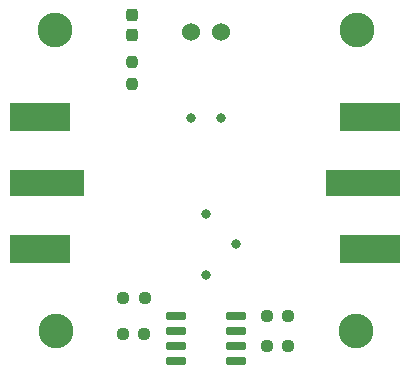
<source format=gbr>
%TF.GenerationSoftware,KiCad,Pcbnew,7.0.7*%
%TF.CreationDate,2023-11-07T19:32:12-06:00*%
%TF.ProjectId,TIAs,54494173-2e6b-4696-9361-645f70636258,rev?*%
%TF.SameCoordinates,Original*%
%TF.FileFunction,Soldermask,Top*%
%TF.FilePolarity,Negative*%
%FSLAX46Y46*%
G04 Gerber Fmt 4.6, Leading zero omitted, Abs format (unit mm)*
G04 Created by KiCad (PCBNEW 7.0.7) date 2023-11-07 19:32:12*
%MOMM*%
%LPD*%
G01*
G04 APERTURE LIST*
G04 Aperture macros list*
%AMRoundRect*
0 Rectangle with rounded corners*
0 $1 Rounding radius*
0 $2 $3 $4 $5 $6 $7 $8 $9 X,Y pos of 4 corners*
0 Add a 4 corners polygon primitive as box body*
4,1,4,$2,$3,$4,$5,$6,$7,$8,$9,$2,$3,0*
0 Add four circle primitives for the rounded corners*
1,1,$1+$1,$2,$3*
1,1,$1+$1,$4,$5*
1,1,$1+$1,$6,$7*
1,1,$1+$1,$8,$9*
0 Add four rect primitives between the rounded corners*
20,1,$1+$1,$2,$3,$4,$5,0*
20,1,$1+$1,$4,$5,$6,$7,0*
20,1,$1+$1,$6,$7,$8,$9,0*
20,1,$1+$1,$8,$9,$2,$3,0*%
G04 Aperture macros list end*
%ADD10RoundRect,0.150000X-0.725000X-0.150000X0.725000X-0.150000X0.725000X0.150000X-0.725000X0.150000X0*%
%ADD11RoundRect,0.237500X0.250000X0.237500X-0.250000X0.237500X-0.250000X-0.237500X0.250000X-0.237500X0*%
%ADD12RoundRect,0.237500X-0.237500X0.287500X-0.237500X-0.287500X0.237500X-0.287500X0.237500X0.287500X0*%
%ADD13RoundRect,0.237500X-0.250000X-0.237500X0.250000X-0.237500X0.250000X0.237500X-0.250000X0.237500X0*%
%ADD14C,2.946400*%
%ADD15C,1.524000*%
%ADD16R,6.350000X2.286000*%
%ADD17R,5.080000X2.413000*%
%ADD18RoundRect,0.237500X0.237500X-0.250000X0.237500X0.250000X-0.237500X0.250000X-0.237500X-0.250000X0*%
%ADD19C,0.800000*%
G04 APERTURE END LIST*
D10*
%TO.C,U1*%
X88255400Y-90601800D03*
X88255400Y-91871800D03*
X88255400Y-93141800D03*
X88255400Y-94411800D03*
X93405400Y-94411800D03*
X93405400Y-93141800D03*
X93405400Y-91871800D03*
X93405400Y-90601800D03*
%TD*%
D11*
%TO.C,R1*%
X85596100Y-92202000D03*
X83771100Y-92202000D03*
%TD*%
D12*
%TO.C,D3*%
X84582000Y-65114200D03*
X84582000Y-66864200D03*
%TD*%
D13*
%TO.C,R2*%
X83821900Y-89103200D03*
X85646900Y-89103200D03*
%TD*%
D14*
%TO.C,H3*%
X103505000Y-91948000D03*
%TD*%
D15*
%TO.C,Conn1*%
X89573100Y-66624200D03*
X92113100Y-66624200D03*
%TD*%
D16*
%TO.C,Conn3*%
X104114600Y-79400400D03*
D17*
X104749600Y-84988400D03*
X104749600Y-73812400D03*
%TD*%
D14*
%TO.C,H4*%
X78105000Y-91948000D03*
%TD*%
%TO.C,H2*%
X78022580Y-66465580D03*
%TD*%
D11*
%TO.C,R5*%
X97799500Y-90627200D03*
X95974500Y-90627200D03*
%TD*%
D13*
%TO.C,R3*%
X95963100Y-93167200D03*
X97788100Y-93167200D03*
%TD*%
D16*
%TO.C,Conn2*%
X77393800Y-79349600D03*
D17*
X76758800Y-73761600D03*
X76758800Y-84937600D03*
%TD*%
D18*
%TO.C,R4*%
X84582000Y-70965700D03*
X84582000Y-69140700D03*
%TD*%
D14*
%TO.C,H1*%
X103587420Y-66465580D03*
%TD*%
D19*
%TO.C,D2*%
X89535000Y-73914000D03*
X92075000Y-73914000D03*
%TD*%
%TO.C,D1*%
X90805000Y-87132000D03*
X93355000Y-84582000D03*
X90805000Y-82032000D03*
%TD*%
M02*

</source>
